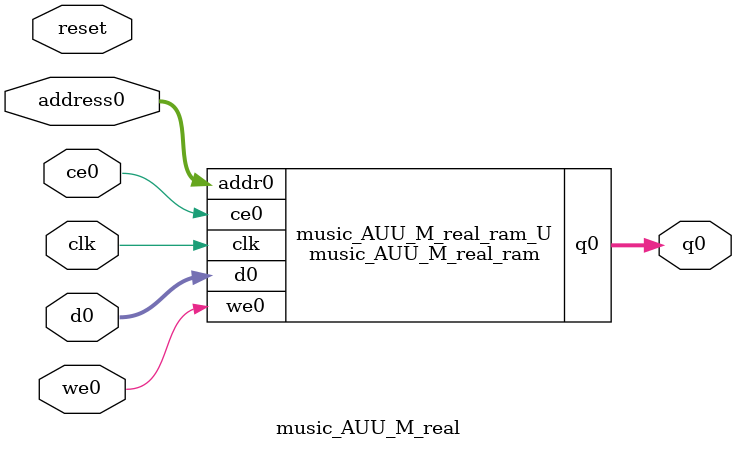
<source format=v>
`timescale 1 ns / 1 ps
module music_AUU_M_real_ram (addr0, ce0, d0, we0, q0,  clk);

parameter DWIDTH = 32;
parameter AWIDTH = 11;
parameter MEM_SIZE = 1444;

input[AWIDTH-1:0] addr0;
input ce0;
input[DWIDTH-1:0] d0;
input we0;
output reg[DWIDTH-1:0] q0;
input clk;

(* ram_style = "block" *)reg [DWIDTH-1:0] ram[0:MEM_SIZE-1];




always @(posedge clk)  
begin 
    if (ce0) 
    begin
        if (we0) 
        begin 
            ram[addr0] <= d0; 
        end 
        q0 <= ram[addr0];
    end
end


endmodule

`timescale 1 ns / 1 ps
module music_AUU_M_real(
    reset,
    clk,
    address0,
    ce0,
    we0,
    d0,
    q0);

parameter DataWidth = 32'd32;
parameter AddressRange = 32'd1444;
parameter AddressWidth = 32'd11;
input reset;
input clk;
input[AddressWidth - 1:0] address0;
input ce0;
input we0;
input[DataWidth - 1:0] d0;
output[DataWidth - 1:0] q0;



music_AUU_M_real_ram music_AUU_M_real_ram_U(
    .clk( clk ),
    .addr0( address0 ),
    .ce0( ce0 ),
    .we0( we0 ),
    .d0( d0 ),
    .q0( q0 ));

endmodule


</source>
